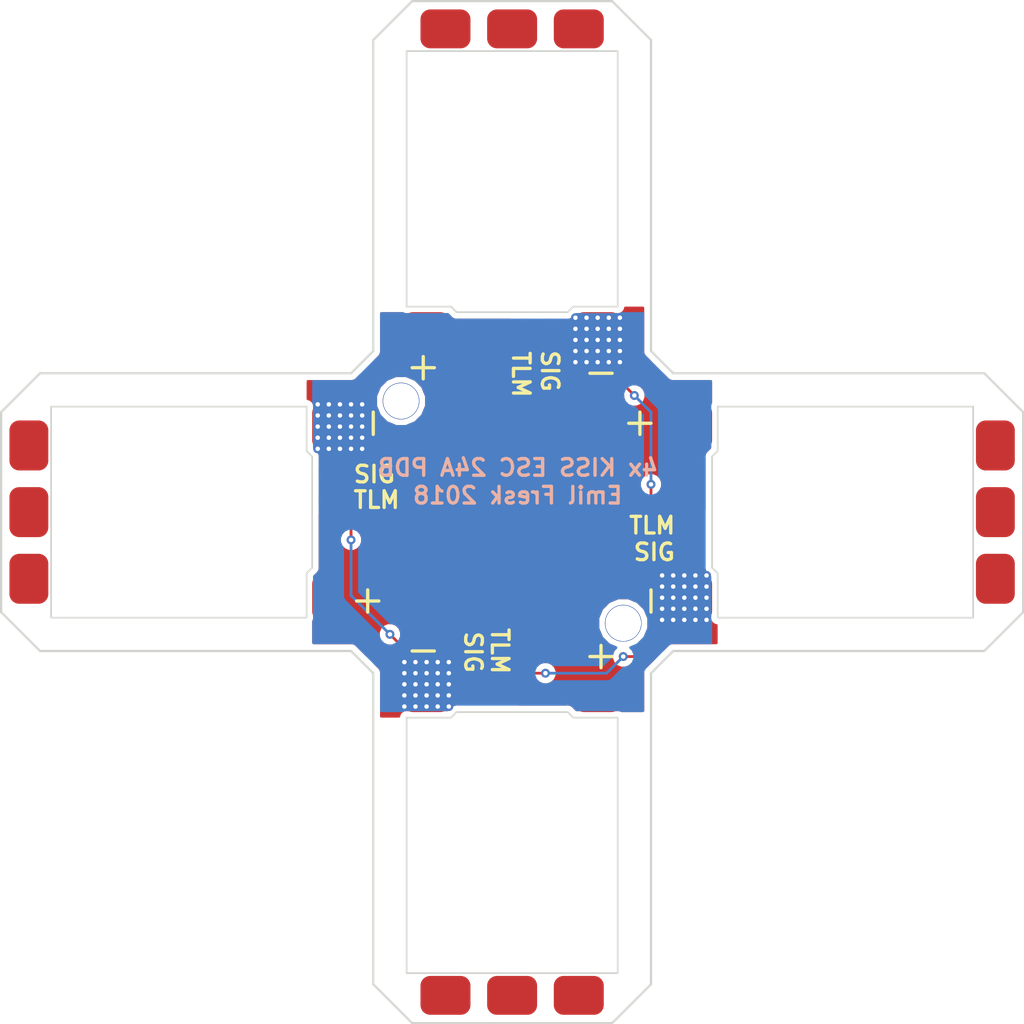
<source format=kicad_pcb>
(kicad_pcb (version 20171130) (host pcbnew 5.0.0-fee4fd1~66~ubuntu16.04.1)

  (general
    (thickness 1.6)
    (drawings 87)
    (tracks 135)
    (zones 0)
    (modules 4)
    (nets 20)
  )

  (page A4)
  (layers
    (0 F.Cu signal)
    (31 B.Cu signal)
    (32 B.Adhes user)
    (33 F.Adhes user)
    (34 B.Paste user)
    (35 F.Paste user)
    (36 B.SilkS user)
    (37 F.SilkS user)
    (38 B.Mask user)
    (39 F.Mask user)
    (40 Dwgs.User user)
    (41 Cmts.User user)
    (42 Eco1.User user)
    (43 Eco2.User user)
    (44 Edge.Cuts user)
    (45 Margin user)
    (46 B.CrtYd user)
    (47 F.CrtYd user)
    (48 B.Fab user)
    (49 F.Fab user)
  )

  (setup
    (last_trace_width 0.25)
    (trace_clearance 0.2)
    (zone_clearance 0.508)
    (zone_45_only no)
    (trace_min 0.2)
    (segment_width 0.2)
    (edge_width 0.15)
    (via_size 0.8)
    (via_drill 0.4)
    (via_min_size 0.4)
    (via_min_drill 0.3)
    (uvia_size 0.3)
    (uvia_drill 0.1)
    (uvias_allowed no)
    (uvia_min_size 0.2)
    (uvia_min_drill 0.1)
    (pcb_text_width 0.3)
    (pcb_text_size 1.5 1.5)
    (mod_edge_width 0.15)
    (mod_text_size 1 1)
    (mod_text_width 0.15)
    (pad_size 1.524 1.524)
    (pad_drill 0.762)
    (pad_to_mask_clearance 0.2)
    (aux_axis_origin 0 0)
    (visible_elements FFFFFF7F)
    (pcbplotparams
      (layerselection 0x010fc_ffffffff)
      (usegerberextensions false)
      (usegerberattributes false)
      (usegerberadvancedattributes false)
      (creategerberjobfile false)
      (excludeedgelayer true)
      (linewidth 0.100000)
      (plotframeref false)
      (viasonmask false)
      (mode 1)
      (useauxorigin false)
      (hpglpennumber 1)
      (hpglpenspeed 20)
      (hpglpendiameter 15.000000)
      (psnegative false)
      (psa4output false)
      (plotreference true)
      (plotvalue true)
      (plotinvisibletext false)
      (padsonsilk false)
      (subtractmaskfromsilk true)
      (outputformat 1)
      (mirror false)
      (drillshape 0)
      (scaleselection 1)
      (outputdirectory "gerbers/"))
  )

  (net 0 "")
  (net 1 +BATT)
  (net 2 GND)
  (net 3 "Net-(ESC1-Pad5)")
  (net 4 "Net-(ESC1-Pad7)")
  (net 5 "Net-(ESC1-Pad6)")
  (net 6 /PWM1)
  (net 7 /TLM)
  (net 8 /PWM2)
  (net 9 "Net-(ESC2-Pad6)")
  (net 10 "Net-(ESC2-Pad7)")
  (net 11 "Net-(ESC2-Pad5)")
  (net 12 "Net-(ESC3-Pad5)")
  (net 13 "Net-(ESC3-Pad7)")
  (net 14 "Net-(ESC3-Pad6)")
  (net 15 /PWM3)
  (net 16 /PWM4)
  (net 17 "Net-(ESC4-Pad6)")
  (net 18 "Net-(ESC4-Pad7)")
  (net 19 "Net-(ESC4-Pad5)")

  (net_class Default "This is the default net class."
    (clearance 0.2)
    (trace_width 0.25)
    (via_dia 0.8)
    (via_drill 0.4)
    (uvia_dia 0.3)
    (uvia_drill 0.1)
    (add_net +BATT)
    (add_net /PWM1)
    (add_net /PWM2)
    (add_net /PWM3)
    (add_net /PWM4)
    (add_net /TLM)
    (add_net GND)
    (add_net "Net-(ESC1-Pad5)")
    (add_net "Net-(ESC1-Pad6)")
    (add_net "Net-(ESC1-Pad7)")
    (add_net "Net-(ESC2-Pad5)")
    (add_net "Net-(ESC2-Pad6)")
    (add_net "Net-(ESC2-Pad7)")
    (add_net "Net-(ESC3-Pad5)")
    (add_net "Net-(ESC3-Pad6)")
    (add_net "Net-(ESC3-Pad7)")
    (add_net "Net-(ESC4-Pad5)")
    (add_net "Net-(ESC4-Pad6)")
    (add_net "Net-(ESC4-Pad7)")
  )

  (module div:kiss_esc_24a (layer F.Cu) (tedit 5B958978) (tstamp 5B9539A2)
    (at 160 115 270)
    (path /5B955404)
    (fp_text reference ESC4 (at -2.7 13.6 270) (layer F.SilkS) hide
      (effects (font (size 1 1) (thickness 0.15)))
    )
    (fp_text value KISS_ESC_24A (at 0 0 270) (layer F.Fab)
      (effects (font (size 1 1) (thickness 0.15)))
    )
    (fp_line (start -9.9 15.2) (end 9.9 15.2) (layer F.CrtYd) (width 0.15))
    (fp_line (start -9.9 -15.5) (end -9.9 15.2) (layer F.CrtYd) (width 0.15))
    (fp_line (start 9.9 -15.5) (end -9.9 -15.5) (layer F.CrtYd) (width 0.15))
    (fp_line (start 9.9 15.2) (end 9.9 -15.5) (layer F.CrtYd) (width 0.15))
    (fp_line (start 9 -11.5) (end 9 11.5) (layer F.Fab) (width 0.15))
    (fp_line (start -9.5 -11.5) (end 9 -11.5) (layer F.Fab) (width 0.15))
    (fp_line (start -9.5 11.5) (end -9.5 -11.5) (layer F.Fab) (width 0.15))
    (fp_line (start -5.5 11.5) (end -9.5 11.5) (layer F.Fab) (width 0.15))
    (fp_line (start -5 12) (end -5.5 11.5) (layer F.Fab) (width 0.15))
    (fp_line (start 5 12) (end -5 12) (layer F.Fab) (width 0.15))
    (fp_line (start 5.5 11.5) (end 5 12) (layer F.Fab) (width 0.15))
    (fp_line (start 9 11.5) (end 5.5 11.5) (layer F.Fab) (width 0.15))
    (pad 2 smd roundrect (at 1.1 13.8 270) (size 1.5 2.4) (layers F.Cu F.Paste F.Mask) (roundrect_rratio 0.25)
      (net 7 /TLM))
    (pad 3 smd roundrect (at 3.5 13.8 270) (size 1.5 2.4) (layers F.Cu F.Paste F.Mask) (roundrect_rratio 0.25)
      (net 16 /PWM4))
    (pad 6 smd roundrect (at 0 -13.5 270) (size 4.5 3.5) (layers F.Cu F.Paste F.Mask) (roundrect_rratio 0.25)
      (net 17 "Net-(ESC4-Pad6)"))
    (pad 7 smd roundrect (at -6 -13.5 270) (size 4.5 3.5) (layers F.Cu F.Paste F.Mask) (roundrect_rratio 0.25)
      (net 18 "Net-(ESC4-Pad7)"))
    (pad 5 smd roundrect (at 6 -13.5 270) (size 4.5 3.5) (layers F.Cu F.Paste F.Mask) (roundrect_rratio 0.25)
      (net 19 "Net-(ESC4-Pad5)"))
    (pad 4 smd roundrect (at 7.7 13.5 270) (size 4 3) (layers F.Cu F.Paste F.Mask) (roundrect_rratio 0.25)
      (net 2 GND))
    (pad 1 smd roundrect (at -7.7 13.5 270) (size 4 3) (layers F.Cu F.Paste F.Mask) (roundrect_rratio 0.25)
      (net 1 +BATT))
    (model ${KIPRJMOD}/kicad_libs/3dmodels/step/kiss_esc_24a.step
      (offset (xyz 0 0 0.2))
      (scale (xyz 1 1 1))
      (rotate (xyz -90 0 90))
    )
  )

  (module div:kiss_esc_24a (layer F.Cu) (tedit 5B958975) (tstamp 5B95398B)
    (at 130 145 180)
    (path /5B9553C0)
    (fp_text reference ESC3 (at -2.7 13.6 180) (layer F.SilkS) hide
      (effects (font (size 1 1) (thickness 0.15)))
    )
    (fp_text value KISS_ESC_24A (at 0 0 180) (layer F.Fab)
      (effects (font (size 1 1) (thickness 0.15)))
    )
    (fp_line (start 9 11.5) (end 5.5 11.5) (layer F.Fab) (width 0.15))
    (fp_line (start 5.5 11.5) (end 5 12) (layer F.Fab) (width 0.15))
    (fp_line (start 5 12) (end -5 12) (layer F.Fab) (width 0.15))
    (fp_line (start -5 12) (end -5.5 11.5) (layer F.Fab) (width 0.15))
    (fp_line (start -5.5 11.5) (end -9.5 11.5) (layer F.Fab) (width 0.15))
    (fp_line (start -9.5 11.5) (end -9.5 -11.5) (layer F.Fab) (width 0.15))
    (fp_line (start -9.5 -11.5) (end 9 -11.5) (layer F.Fab) (width 0.15))
    (fp_line (start 9 -11.5) (end 9 11.5) (layer F.Fab) (width 0.15))
    (fp_line (start 9.9 15.2) (end 9.9 -15.5) (layer F.CrtYd) (width 0.15))
    (fp_line (start 9.9 -15.5) (end -9.9 -15.5) (layer F.CrtYd) (width 0.15))
    (fp_line (start -9.9 -15.5) (end -9.9 15.2) (layer F.CrtYd) (width 0.15))
    (fp_line (start -9.9 15.2) (end 9.9 15.2) (layer F.CrtYd) (width 0.15))
    (pad 1 smd roundrect (at -7.7 13.5 180) (size 4 3) (layers F.Cu F.Paste F.Mask) (roundrect_rratio 0.25)
      (net 1 +BATT))
    (pad 4 smd roundrect (at 7.7 13.5 180) (size 4 3) (layers F.Cu F.Paste F.Mask) (roundrect_rratio 0.25)
      (net 2 GND))
    (pad 5 smd roundrect (at 6 -13.5 180) (size 4.5 3.5) (layers F.Cu F.Paste F.Mask) (roundrect_rratio 0.25)
      (net 12 "Net-(ESC3-Pad5)"))
    (pad 7 smd roundrect (at -6 -13.5 180) (size 4.5 3.5) (layers F.Cu F.Paste F.Mask) (roundrect_rratio 0.25)
      (net 13 "Net-(ESC3-Pad7)"))
    (pad 6 smd roundrect (at 0 -13.5 180) (size 4.5 3.5) (layers F.Cu F.Paste F.Mask) (roundrect_rratio 0.25)
      (net 14 "Net-(ESC3-Pad6)"))
    (pad 3 smd roundrect (at 3.5 13.8 180) (size 1.5 2.4) (layers F.Cu F.Paste F.Mask) (roundrect_rratio 0.25)
      (net 15 /PWM3))
    (pad 2 smd roundrect (at 1.1 13.8 180) (size 1.5 2.4) (layers F.Cu F.Paste F.Mask) (roundrect_rratio 0.25)
      (net 7 /TLM))
    (model ${KIPRJMOD}/kicad_libs/3dmodels/step/kiss_esc_24a.step
      (offset (xyz 0 0 0.2))
      (scale (xyz 1 1 1))
      (rotate (xyz -90 0 90))
    )
  )

  (module div:kiss_esc_24a (layer F.Cu) (tedit 5B958972) (tstamp 5B953974)
    (at 100 115 90)
    (path /5B95538A)
    (fp_text reference ESC2 (at -2.7 13.6 90) (layer F.SilkS) hide
      (effects (font (size 1 1) (thickness 0.15)))
    )
    (fp_text value KISS_ESC_24A (at 0 0 90) (layer F.Fab)
      (effects (font (size 1 1) (thickness 0.15)))
    )
    (fp_line (start -9.9 15.2) (end 9.9 15.2) (layer F.CrtYd) (width 0.15))
    (fp_line (start -9.9 -15.5) (end -9.9 15.2) (layer F.CrtYd) (width 0.15))
    (fp_line (start 9.9 -15.5) (end -9.9 -15.5) (layer F.CrtYd) (width 0.15))
    (fp_line (start 9.9 15.2) (end 9.9 -15.5) (layer F.CrtYd) (width 0.15))
    (fp_line (start 9 -11.5) (end 9 11.5) (layer F.Fab) (width 0.15))
    (fp_line (start -9.5 -11.5) (end 9 -11.5) (layer F.Fab) (width 0.15))
    (fp_line (start -9.5 11.5) (end -9.5 -11.5) (layer F.Fab) (width 0.15))
    (fp_line (start -5.5 11.5) (end -9.5 11.5) (layer F.Fab) (width 0.15))
    (fp_line (start -5 12) (end -5.5 11.5) (layer F.Fab) (width 0.15))
    (fp_line (start 5 12) (end -5 12) (layer F.Fab) (width 0.15))
    (fp_line (start 5.5 11.5) (end 5 12) (layer F.Fab) (width 0.15))
    (fp_line (start 9 11.5) (end 5.5 11.5) (layer F.Fab) (width 0.15))
    (pad 2 smd roundrect (at 1.1 13.8 90) (size 1.5 2.4) (layers F.Cu F.Paste F.Mask) (roundrect_rratio 0.25)
      (net 7 /TLM))
    (pad 3 smd roundrect (at 3.5 13.8 90) (size 1.5 2.4) (layers F.Cu F.Paste F.Mask) (roundrect_rratio 0.25)
      (net 8 /PWM2))
    (pad 6 smd roundrect (at 0 -13.5 90) (size 4.5 3.5) (layers F.Cu F.Paste F.Mask) (roundrect_rratio 0.25)
      (net 9 "Net-(ESC2-Pad6)"))
    (pad 7 smd roundrect (at -6 -13.5 90) (size 4.5 3.5) (layers F.Cu F.Paste F.Mask) (roundrect_rratio 0.25)
      (net 10 "Net-(ESC2-Pad7)"))
    (pad 5 smd roundrect (at 6 -13.5 90) (size 4.5 3.5) (layers F.Cu F.Paste F.Mask) (roundrect_rratio 0.25)
      (net 11 "Net-(ESC2-Pad5)"))
    (pad 4 smd roundrect (at 7.7 13.5 90) (size 4 3) (layers F.Cu F.Paste F.Mask) (roundrect_rratio 0.25)
      (net 2 GND))
    (pad 1 smd roundrect (at -7.7 13.5 90) (size 4 3) (layers F.Cu F.Paste F.Mask) (roundrect_rratio 0.25)
      (net 1 +BATT))
    (model ${KIPRJMOD}/kicad_libs/3dmodels/step/kiss_esc_24a.step
      (offset (xyz 0 0 0.2))
      (scale (xyz 1 1 1))
      (rotate (xyz -90 0 90))
    )
  )

  (module div:kiss_esc_24a (layer F.Cu) (tedit 5B95896F) (tstamp 5B95395D)
    (at 130 85)
    (path /5B9552F2)
    (fp_text reference ESC1 (at -2.7 13.6) (layer F.SilkS) hide
      (effects (font (size 1 1) (thickness 0.15)))
    )
    (fp_text value KISS_ESC_24A (at 0 0) (layer F.Fab)
      (effects (font (size 1 1) (thickness 0.15)))
    )
    (fp_line (start 9 11.5) (end 5.5 11.5) (layer F.Fab) (width 0.15))
    (fp_line (start 5.5 11.5) (end 5 12) (layer F.Fab) (width 0.15))
    (fp_line (start 5 12) (end -5 12) (layer F.Fab) (width 0.15))
    (fp_line (start -5 12) (end -5.5 11.5) (layer F.Fab) (width 0.15))
    (fp_line (start -5.5 11.5) (end -9.5 11.5) (layer F.Fab) (width 0.15))
    (fp_line (start -9.5 11.5) (end -9.5 -11.5) (layer F.Fab) (width 0.15))
    (fp_line (start -9.5 -11.5) (end 9 -11.5) (layer F.Fab) (width 0.15))
    (fp_line (start 9 -11.5) (end 9 11.5) (layer F.Fab) (width 0.15))
    (fp_line (start 9.9 15.2) (end 9.9 -15.5) (layer F.CrtYd) (width 0.15))
    (fp_line (start 9.9 -15.5) (end -9.9 -15.5) (layer F.CrtYd) (width 0.15))
    (fp_line (start -9.9 -15.5) (end -9.9 15.2) (layer F.CrtYd) (width 0.15))
    (fp_line (start -9.9 15.2) (end 9.9 15.2) (layer F.CrtYd) (width 0.15))
    (pad 1 smd roundrect (at -7.7 13.5) (size 4 3) (layers F.Cu F.Paste F.Mask) (roundrect_rratio 0.25)
      (net 1 +BATT))
    (pad 4 smd roundrect (at 7.7 13.5) (size 4 3) (layers F.Cu F.Paste F.Mask) (roundrect_rratio 0.25)
      (net 2 GND))
    (pad 5 smd roundrect (at 6 -13.5) (size 4.5 3.5) (layers F.Cu F.Paste F.Mask) (roundrect_rratio 0.25)
      (net 3 "Net-(ESC1-Pad5)"))
    (pad 7 smd roundrect (at -6 -13.5) (size 4.5 3.5) (layers F.Cu F.Paste F.Mask) (roundrect_rratio 0.25)
      (net 4 "Net-(ESC1-Pad7)"))
    (pad 6 smd roundrect (at 0 -13.5) (size 4.5 3.5) (layers F.Cu F.Paste F.Mask) (roundrect_rratio 0.25)
      (net 5 "Net-(ESC1-Pad6)"))
    (pad 3 smd roundrect (at 3.5 13.8) (size 1.5 2.4) (layers F.Cu F.Paste F.Mask) (roundrect_rratio 0.25)
      (net 6 /PWM1))
    (pad 2 smd roundrect (at 1.1 13.8) (size 1.5 2.4) (layers F.Cu F.Paste F.Mask) (roundrect_rratio 0.25)
      (net 7 /TLM))
    (model ${KIPRJMOD}/kicad_libs/3dmodels/step/kiss_esc_24a.step
      (offset (xyz 0 0 0.2))
      (scale (xyz 1 1 1))
      (rotate (xyz -90 0 90))
    )
  )

  (gr_text "Emil Fresk 2018" (at 130.5 113.5) (layer B.SilkS)
    (effects (font (size 1.5 1.5) (thickness 0.3)) (justify mirror))
  )
  (gr_text "4x KISS ESC 24A PDB" (at 130.5 111) (layer B.SilkS)
    (effects (font (size 1.5 1.5) (thickness 0.3)) (justify mirror))
  )
  (gr_line (start 140.5 107) (end 142.5 107) (layer F.SilkS) (width 0.3) (tstamp 5B95B3CF))
  (gr_line (start 141.5 106) (end 141.5 108) (layer F.SilkS) (width 0.3) (tstamp 5B95B3CE))
  (gr_line (start 142.5 122) (end 142.5 124) (layer F.SilkS) (width 0.3) (tstamp 5B95B3CD))
  (gr_line (start 138 127) (end 138 129) (layer F.SilkS) (width 0.3) (tstamp 5B95B3CF))
  (gr_line (start 139 128) (end 137 128) (layer F.SilkS) (width 0.3) (tstamp 5B95B3CE))
  (gr_line (start 123 127.5) (end 121 127.5) (layer F.SilkS) (width 0.3) (tstamp 5B95B3CD))
  (gr_line (start 118 123) (end 116 123) (layer F.SilkS) (width 0.3) (tstamp 5B95B3CF))
  (gr_line (start 117 124) (end 117 122) (layer F.SilkS) (width 0.3) (tstamp 5B95B3CE))
  (gr_line (start 117.5 108) (end 117.5 106) (layer F.SilkS) (width 0.3) (tstamp 5B95B3CD))
  (gr_line (start 137 102.5) (end 139 102.5) (layer F.SilkS) (width 0.3) (tstamp 5B95B312))
  (gr_line (start 122 103) (end 122 101) (layer F.SilkS) (width 0.3) (tstamp 5B95B2D6))
  (gr_line (start 121 102) (end 123 102) (layer F.SilkS) (width 0.3))
  (gr_text TLM (at 130.8 102.6 270) (layer F.SilkS) (tstamp 5B95AEDF)
    (effects (font (size 1.5 1.5) (thickness 0.3)))
  )
  (gr_text SIG (at 133.4 102.3 270) (layer F.SilkS) (tstamp 5B95AEDE)
    (effects (font (size 1.5 1.5) (thickness 0.3)))
  )
  (gr_text TLM (at 117.8 113.9) (layer F.SilkS) (tstamp 5B95AEDF)
    (effects (font (size 1.5 1.5) (thickness 0.3)))
  )
  (gr_text SIG (at 117.6 111.6) (layer F.SilkS) (tstamp 5B95AEDE)
    (effects (font (size 1.5 1.5) (thickness 0.3)))
  )
  (gr_text TLM (at 128.9 127.5 270) (layer F.SilkS) (tstamp 5B95AEDF)
    (effects (font (size 1.5 1.5) (thickness 0.3)))
  )
  (gr_text SIG (at 126.5 127.6 270) (layer F.SilkS) (tstamp 5B95AEDE)
    (effects (font (size 1.5 1.5) (thickness 0.3)))
  )
  (gr_text SIG (at 142.8 118.6) (layer F.SilkS)
    (effects (font (size 1.5 1.5) (thickness 0.3)))
  )
  (gr_text TLM (at 142.6 116.2) (layer F.SilkS)
    (effects (font (size 1.5 1.5) (thickness 0.3)))
  )
  (gr_poly (pts (xy 143.3 109.6) (xy 143.3 105) (xy 147.8 105) (xy 147.8 109.6)) (layer F.Mask) (width 0.3) (tstamp 5B95A0BB))
  (gr_poly (pts (xy 112.2 105.1) (xy 116.8 105.1) (xy 116.8 109.6) (xy 112.2 109.6)) (layer F.Mask) (width 0.3) (tstamp 5B95A0BB))
  (gr_poly (pts (xy 139.9 97.2) (xy 139.9 101.8) (xy 135.4 101.8) (xy 135.4 97.2)) (layer F.Mask) (width 0.3) (tstamp 5B95A0BB))
  (gr_poly (pts (xy 147.8 124.9) (xy 143.2 124.9) (xy 143.2 120.4) (xy 147.8 120.4)) (layer F.Mask) (width 0.3) (tstamp 5B95A0BB))
  (gr_poly (pts (xy 120.1 132.8) (xy 120.1 128.2) (xy 124.6 128.2) (xy 124.6 132.8)) (layer F.Mask) (width 0.3) (tstamp 5B959F4D))
  (gr_poly (pts (xy 124.6 132.7) (xy 120 132.7) (xy 120 128.2) (xy 124.6 128.2)) (layer B.Mask) (width 0.3) (tstamp 5B959F4D))
  (gr_poly (pts (xy 147.7 120.4) (xy 147.7 125) (xy 143.2 125) (xy 143.2 120.4)) (layer B.Mask) (width 0.3) (tstamp 5B959F4D))
  (gr_poly (pts (xy 135.4 97.3) (xy 140 97.3) (xy 140 101.8) (xy 135.4 101.8)) (layer B.Mask) (width 0.3) (tstamp 5B959F4D))
  (gr_poly (pts (xy 112.3 109.6) (xy 112.3 105) (xy 116.8 105) (xy 116.8 109.6)) (layer B.Mask) (width 0.3))
  (gr_line (start 117.5 129.5) (end 115.5 127.5) (layer Edge.Cuts) (width 0.2) (tstamp 5B9560C9))
  (gr_line (start 144.5 127.5) (end 142.5 129.5) (layer Edge.Cuts) (width 0.2) (tstamp 5B9560C9))
  (gr_line (start 142.5 100.5) (end 144.5 102.5) (layer Edge.Cuts) (width 0.2) (tstamp 5B9560C9))
  (gr_line (start 117.5 100.5) (end 115.5 102.5) (layer Edge.Cuts) (width 0.2))
  (gr_line (start 142.5 72.5) (end 139 69) (layer Edge.Cuts) (width 0.2) (tstamp 5B954526))
  (gr_line (start 117.5 72.5) (end 121 69) (layer Edge.Cuts) (width 0.2) (tstamp 5B954526))
  (gr_line (start 176 106) (end 172.5 102.5) (layer Edge.Cuts) (width 0.2) (tstamp 5B954526))
  (gr_line (start 172.5 127.5) (end 176 124) (layer Edge.Cuts) (width 0.2) (tstamp 5B954526))
  (gr_line (start 121 161) (end 117.5 157.5) (layer Edge.Cuts) (width 0.2) (tstamp 5B954526))
  (gr_line (start 139 161) (end 142.5 157.5) (layer Edge.Cuts) (width 0.2) (tstamp 5B954526))
  (gr_line (start 87.5 127.5) (end 84 124) (layer Edge.Cuts) (width 0.2) (tstamp 5B954526))
  (gr_line (start 84 106) (end 87.5 102.5) (layer Edge.Cuts) (width 0.2))
  (gr_line (start 88.5 124.5) (end 88.5 105.5) (layer Edge.Cuts) (width 0.15) (tstamp 5B95433C))
  (gr_line (start 111.5 105.5) (end 111.5 109.5) (layer Edge.Cuts) (width 0.15) (tstamp 5B95433B))
  (gr_line (start 112 120) (end 111.5 120.5) (layer Edge.Cuts) (width 0.15) (tstamp 5B95433A))
  (gr_line (start 88.5 105.5) (end 111.5 105.5) (layer Edge.Cuts) (width 0.15) (tstamp 5B954339))
  (gr_line (start 111.5 109.5) (end 112 110) (layer Edge.Cuts) (width 0.15) (tstamp 5B954338))
  (gr_line (start 111.5 120.5) (end 111.5 124.5) (layer Edge.Cuts) (width 0.15) (tstamp 5B954337))
  (gr_line (start 111.5 124.5) (end 88.5 124.5) (layer Edge.Cuts) (width 0.15) (tstamp 5B954336))
  (gr_line (start 112 110) (end 112 120) (layer Edge.Cuts) (width 0.15) (tstamp 5B954335))
  (gr_line (start 120.5 73.5) (end 139.5 73.5) (layer Edge.Cuts) (width 0.15) (tstamp 5B95433C))
  (gr_line (start 139.5 96.5) (end 135.5 96.5) (layer Edge.Cuts) (width 0.15) (tstamp 5B95433B))
  (gr_line (start 125 97) (end 124.5 96.5) (layer Edge.Cuts) (width 0.15) (tstamp 5B95433A))
  (gr_line (start 139.5 73.5) (end 139.5 96.5) (layer Edge.Cuts) (width 0.15) (tstamp 5B954339))
  (gr_line (start 135.5 96.5) (end 135 97) (layer Edge.Cuts) (width 0.15) (tstamp 5B954338))
  (gr_line (start 124.5 96.5) (end 120.5 96.5) (layer Edge.Cuts) (width 0.15) (tstamp 5B954337))
  (gr_line (start 120.5 96.5) (end 120.5 73.5) (layer Edge.Cuts) (width 0.15) (tstamp 5B954336))
  (gr_line (start 135 97) (end 125 97) (layer Edge.Cuts) (width 0.15) (tstamp 5B954335))
  (gr_line (start 171.5 105.5) (end 171.5 124.5) (layer Edge.Cuts) (width 0.15) (tstamp 5B95433C))
  (gr_line (start 148.5 124.5) (end 148.5 120.5) (layer Edge.Cuts) (width 0.15) (tstamp 5B95433B))
  (gr_line (start 148 110) (end 148.5 109.5) (layer Edge.Cuts) (width 0.15) (tstamp 5B95433A))
  (gr_line (start 171.5 124.5) (end 148.5 124.5) (layer Edge.Cuts) (width 0.15) (tstamp 5B954339))
  (gr_line (start 148.5 120.5) (end 148 120) (layer Edge.Cuts) (width 0.15) (tstamp 5B954338))
  (gr_line (start 148.5 109.5) (end 148.5 105.5) (layer Edge.Cuts) (width 0.15) (tstamp 5B954337))
  (gr_line (start 148.5 105.5) (end 171.5 105.5) (layer Edge.Cuts) (width 0.15) (tstamp 5B954336))
  (gr_line (start 148 120) (end 148 110) (layer Edge.Cuts) (width 0.15) (tstamp 5B954335))
  (gr_line (start 120.5 156.5) (end 120.5 133.5) (layer Edge.Cuts) (width 0.15))
  (gr_line (start 139.5 156.5) (end 120.5 156.5) (layer Edge.Cuts) (width 0.15))
  (gr_line (start 139.5 133.5) (end 139.5 156.5) (layer Edge.Cuts) (width 0.15))
  (gr_line (start 135.5 133.5) (end 139.5 133.5) (layer Edge.Cuts) (width 0.15))
  (gr_line (start 135 133) (end 135.5 133.5) (layer Edge.Cuts) (width 0.15))
  (gr_line (start 125 133) (end 135 133) (layer Edge.Cuts) (width 0.15))
  (gr_line (start 124.5 133.5) (end 125 133) (layer Edge.Cuts) (width 0.15))
  (gr_line (start 120.5 133.5) (end 124.5 133.5) (layer Edge.Cuts) (width 0.15))
  (gr_line (start 87.5 102.5) (end 115.5 102.5) (layer Edge.Cuts) (width 0.2))
  (gr_line (start 84 124) (end 84 106) (layer Edge.Cuts) (width 0.2))
  (gr_line (start 115.5 127.5) (end 87.5 127.5) (layer Edge.Cuts) (width 0.2))
  (gr_line (start 117.5 157.5) (end 117.5 129.5) (layer Edge.Cuts) (width 0.2))
  (gr_line (start 139 161) (end 121 161) (layer Edge.Cuts) (width 0.2))
  (gr_line (start 142.5 129.5) (end 142.5 157.5) (layer Edge.Cuts) (width 0.2))
  (gr_line (start 172.5 127.5) (end 144.5 127.5) (layer Edge.Cuts) (width 0.2))
  (gr_line (start 176 106) (end 176 124) (layer Edge.Cuts) (width 0.2))
  (gr_line (start 144.5 102.5) (end 172.5 102.5) (layer Edge.Cuts) (width 0.2))
  (gr_line (start 142.5 72.5) (end 142.5 100.5) (layer Edge.Cuts) (width 0.2))
  (gr_line (start 121 69) (end 139 69) (layer Edge.Cuts) (width 0.2))
  (gr_line (start 117.5 100.5) (end 117.5 72.5) (layer Edge.Cuts) (width 0.2))

  (via (at 120 105) (size 3.3) (drill 3.2) (layers F.Cu B.Cu) (net 0) (tstamp 5B9564AC))
  (via (at 140 125) (size 3.3) (drill 3.2) (layers F.Cu B.Cu) (net 0))
  (via (at 120.3 130.5) (size 0.8) (drill 0.4) (layers F.Cu B.Cu) (net 2))
  (via (at 123.3 130.5) (size 0.8) (drill 0.4) (layers F.Cu B.Cu) (net 2))
  (via (at 124.3 130.5) (size 0.8) (drill 0.4) (layers F.Cu B.Cu) (net 2))
  (via (at 112.5 105.3) (size 0.8) (drill 0.4) (layers F.Cu B.Cu) (net 2) (tstamp 5B9552C5))
  (via (at 113.5 106.3) (size 0.8) (drill 0.4) (layers F.Cu B.Cu) (net 2) (tstamp 5B9552BE))
  (via (at 114.5 105.3) (size 0.8) (drill 0.4) (layers F.Cu B.Cu) (net 2) (tstamp 5B9552BF))
  (via (at 113.5 105.3) (size 0.8) (drill 0.4) (layers F.Cu B.Cu) (net 2) (tstamp 5B9552C0))
  (via (at 112.5 108.3) (size 0.8) (drill 0.4) (layers F.Cu B.Cu) (net 2) (tstamp 5B9552C1))
  (via (at 114.5 108.3) (size 0.8) (drill 0.4) (layers F.Cu B.Cu) (net 2) (tstamp 5B9552C2))
  (via (at 112.5 106.3) (size 0.8) (drill 0.4) (layers F.Cu B.Cu) (net 2) (tstamp 5B9552C3))
  (via (at 113.5 108.3) (size 0.8) (drill 0.4) (layers F.Cu B.Cu) (net 2) (tstamp 5B9552C4))
  (via (at 114.5 106.3) (size 0.8) (drill 0.4) (layers F.Cu B.Cu) (net 2) (tstamp 5B9552C6))
  (via (at 113.5 107.3) (size 0.8) (drill 0.4) (layers F.Cu B.Cu) (net 2) (tstamp 5B9552C7))
  (via (at 114.5 109.3) (size 0.8) (drill 0.4) (layers F.Cu B.Cu) (net 2) (tstamp 5B9552C8))
  (via (at 112.5 107.3) (size 0.8) (drill 0.4) (layers F.Cu B.Cu) (net 2) (tstamp 5B9552C9))
  (via (at 113.5 109.3) (size 0.8) (drill 0.4) (layers F.Cu B.Cu) (net 2) (tstamp 5B9552CA))
  (via (at 114.5 107.3) (size 0.8) (drill 0.4) (layers F.Cu B.Cu) (net 2) (tstamp 5B9552CB))
  (via (at 112.5 109.3) (size 0.8) (drill 0.4) (layers F.Cu B.Cu) (net 2) (tstamp 5B9552CC))
  (via (at 139.7 97.5) (size 0.8) (drill 0.4) (layers F.Cu B.Cu) (net 2) (tstamp 5B9552C5))
  (via (at 138.7 98.5) (size 0.8) (drill 0.4) (layers F.Cu B.Cu) (net 2) (tstamp 5B9552BE))
  (via (at 139.7 99.5) (size 0.8) (drill 0.4) (layers F.Cu B.Cu) (net 2) (tstamp 5B9552BF))
  (via (at 139.7 98.5) (size 0.8) (drill 0.4) (layers F.Cu B.Cu) (net 2) (tstamp 5B9552C0))
  (via (at 136.7 97.5) (size 0.8) (drill 0.4) (layers F.Cu B.Cu) (net 2) (tstamp 5B9552C1))
  (via (at 136.7 99.5) (size 0.8) (drill 0.4) (layers F.Cu B.Cu) (net 2) (tstamp 5B9552C2))
  (via (at 138.7 97.5) (size 0.8) (drill 0.4) (layers F.Cu B.Cu) (net 2) (tstamp 5B9552C3))
  (via (at 136.7 98.5) (size 0.8) (drill 0.4) (layers F.Cu B.Cu) (net 2) (tstamp 5B9552C4))
  (via (at 138.7 99.5) (size 0.8) (drill 0.4) (layers F.Cu B.Cu) (net 2) (tstamp 5B9552C6))
  (via (at 137.7 98.5) (size 0.8) (drill 0.4) (layers F.Cu B.Cu) (net 2) (tstamp 5B9552C7))
  (via (at 135.7 99.5) (size 0.8) (drill 0.4) (layers F.Cu B.Cu) (net 2) (tstamp 5B9552C8))
  (via (at 137.7 97.5) (size 0.8) (drill 0.4) (layers F.Cu B.Cu) (net 2) (tstamp 5B9552C9))
  (via (at 135.7 98.5) (size 0.8) (drill 0.4) (layers F.Cu B.Cu) (net 2) (tstamp 5B9552CA))
  (via (at 137.7 99.5) (size 0.8) (drill 0.4) (layers F.Cu B.Cu) (net 2) (tstamp 5B9552CB))
  (via (at 135.7 97.5) (size 0.8) (drill 0.4) (layers F.Cu B.Cu) (net 2) (tstamp 5B9552CC))
  (via (at 145.5 120.7) (size 0.8) (drill 0.4) (layers F.Cu B.Cu) (net 2) (tstamp 5B9552C5))
  (via (at 146.5 121.7) (size 0.8) (drill 0.4) (layers F.Cu B.Cu) (net 2) (tstamp 5B9552BE))
  (via (at 147.5 120.7) (size 0.8) (drill 0.4) (layers F.Cu B.Cu) (net 2) (tstamp 5B9552BF))
  (via (at 146.5 120.7) (size 0.8) (drill 0.4) (layers F.Cu B.Cu) (net 2) (tstamp 5B9552C0))
  (via (at 145.5 123.7) (size 0.8) (drill 0.4) (layers F.Cu B.Cu) (net 2) (tstamp 5B9552C1))
  (via (at 147.5 123.7) (size 0.8) (drill 0.4) (layers F.Cu B.Cu) (net 2) (tstamp 5B9552C2))
  (via (at 145.5 121.7) (size 0.8) (drill 0.4) (layers F.Cu B.Cu) (net 2) (tstamp 5B9552C3))
  (via (at 146.5 123.7) (size 0.8) (drill 0.4) (layers F.Cu B.Cu) (net 2) (tstamp 5B9552C4))
  (via (at 147.5 121.7) (size 0.8) (drill 0.4) (layers F.Cu B.Cu) (net 2) (tstamp 5B9552C6))
  (via (at 146.5 122.7) (size 0.8) (drill 0.4) (layers F.Cu B.Cu) (net 2) (tstamp 5B9552C7))
  (via (at 147.5 124.7) (size 0.8) (drill 0.4) (layers F.Cu B.Cu) (net 2) (tstamp 5B9552C8))
  (via (at 145.5 122.7) (size 0.8) (drill 0.4) (layers F.Cu B.Cu) (net 2) (tstamp 5B9552C9))
  (via (at 146.5 124.7) (size 0.8) (drill 0.4) (layers F.Cu B.Cu) (net 2) (tstamp 5B9552CA))
  (via (at 147.5 122.7) (size 0.8) (drill 0.4) (layers F.Cu B.Cu) (net 2) (tstamp 5B9552CB))
  (via (at 145.5 124.7) (size 0.8) (drill 0.4) (layers F.Cu B.Cu) (net 2) (tstamp 5B9552CC))
  (via (at 124.3 131.5) (size 0.8) (drill 0.4) (layers F.Cu B.Cu) (net 2))
  (via (at 124.3 132.5) (size 0.8) (drill 0.4) (layers F.Cu B.Cu) (net 2))
  (via (at 123.3 132.5) (size 0.8) (drill 0.4) (layers F.Cu B.Cu) (net 2))
  (via (at 122.3 132.5) (size 0.8) (drill 0.4) (layers F.Cu B.Cu) (net 2))
  (via (at 121.3 132.5) (size 0.8) (drill 0.4) (layers F.Cu B.Cu) (net 2))
  (via (at 120.3 132.5) (size 0.8) (drill 0.4) (layers F.Cu B.Cu) (net 2))
  (via (at 120.3 131.5) (size 0.8) (drill 0.4) (layers F.Cu B.Cu) (net 2))
  (via (at 121.3 131.5) (size 0.8) (drill 0.4) (layers F.Cu B.Cu) (net 2))
  (via (at 122.3 131.5) (size 0.8) (drill 0.4) (layers F.Cu B.Cu) (net 2))
  (via (at 123.3 131.5) (size 0.8) (drill 0.4) (layers F.Cu B.Cu) (net 2))
  (via (at 122.3 130.5) (size 0.8) (drill 0.4) (layers F.Cu B.Cu) (net 2))
  (via (at 121.3 130.5) (size 0.8) (drill 0.4) (layers F.Cu B.Cu) (net 2))
  (via (at 115.5 105.3) (size 0.8) (drill 0.4) (layers F.Cu B.Cu) (net 2))
  (via (at 115.5 106.3) (size 0.8) (drill 0.4) (layers F.Cu B.Cu) (net 2))
  (via (at 115.5 107.3) (size 0.8) (drill 0.4) (layers F.Cu B.Cu) (net 2))
  (via (at 115.5 108.3) (size 0.8) (drill 0.4) (layers F.Cu B.Cu) (net 2))
  (via (at 115.5 109.3) (size 0.8) (drill 0.4) (layers F.Cu B.Cu) (net 2))
  (via (at 120.3 129.5) (size 0.8) (drill 0.4) (layers F.Cu B.Cu) (net 2))
  (via (at 121.3 129.5) (size 0.8) (drill 0.4) (layers F.Cu B.Cu) (net 2))
  (via (at 122.3 129.5) (size 0.8) (drill 0.4) (layers F.Cu B.Cu) (net 2))
  (via (at 123.3 129.5) (size 0.8) (drill 0.4) (layers F.Cu B.Cu) (net 2))
  (via (at 124.3 129.5) (size 0.8) (drill 0.4) (layers F.Cu B.Cu) (net 2))
  (via (at 144.5 120.7) (size 0.8) (drill 0.4) (layers F.Cu B.Cu) (net 2))
  (via (at 144.5 121.7) (size 0.8) (drill 0.4) (layers F.Cu B.Cu) (net 2))
  (via (at 144.5 122.7) (size 0.8) (drill 0.4) (layers F.Cu B.Cu) (net 2))
  (via (at 144.5 123.7) (size 0.8) (drill 0.4) (layers F.Cu B.Cu) (net 2))
  (via (at 144.5 124.7) (size 0.8) (drill 0.4) (layers F.Cu B.Cu) (net 2))
  (via (at 135.7 100.5) (size 0.8) (drill 0.4) (layers F.Cu B.Cu) (net 2))
  (via (at 136.7 100.5) (size 0.8) (drill 0.4) (layers F.Cu B.Cu) (net 2))
  (via (at 137.7 100.5) (size 0.8) (drill 0.4) (layers F.Cu B.Cu) (net 2))
  (via (at 138.7 100.5) (size 0.8) (drill 0.4) (layers F.Cu B.Cu) (net 2))
  (via (at 139.7 100.5) (size 0.8) (drill 0.4) (layers F.Cu B.Cu) (net 2))
  (via (at 124.3 128.5) (size 0.8) (drill 0.4) (layers F.Cu B.Cu) (net 2))
  (via (at 123.3 128.5) (size 0.8) (drill 0.4) (layers F.Cu B.Cu) (net 2))
  (via (at 122.3 128.5) (size 0.8) (drill 0.4) (layers F.Cu B.Cu) (net 2))
  (via (at 121.3 128.5) (size 0.8) (drill 0.4) (layers F.Cu B.Cu) (net 2))
  (via (at 120.3 128.5) (size 0.8) (drill 0.4) (layers F.Cu B.Cu) (net 2))
  (via (at 143.5 124.7) (size 0.8) (drill 0.4) (layers F.Cu B.Cu) (net 2))
  (via (at 143.5 123.7) (size 0.8) (drill 0.4) (layers F.Cu B.Cu) (net 2))
  (via (at 143.5 122.7) (size 0.8) (drill 0.4) (layers F.Cu B.Cu) (net 2))
  (via (at 143.5 121.7) (size 0.8) (drill 0.4) (layers F.Cu B.Cu) (net 2))
  (via (at 143.5 120.7) (size 0.8) (drill 0.4) (layers F.Cu B.Cu) (net 2))
  (via (at 139.7 101.5) (size 0.8) (drill 0.4) (layers F.Cu B.Cu) (net 2))
  (via (at 138.7 101.5) (size 0.8) (drill 0.4) (layers F.Cu B.Cu) (net 2))
  (via (at 137.7 101.5) (size 0.8) (drill 0.4) (layers F.Cu B.Cu) (net 2))
  (via (at 136.7 101.5) (size 0.8) (drill 0.4) (layers F.Cu B.Cu) (net 2))
  (via (at 135.7 101.5) (size 0.8) (drill 0.4) (layers F.Cu B.Cu) (net 2))
  (via (at 116.5 109.3) (size 0.8) (drill 0.4) (layers F.Cu B.Cu) (net 2))
  (via (at 116.5 108.3) (size 0.8) (drill 0.4) (layers F.Cu B.Cu) (net 2))
  (via (at 116.5 107.3) (size 0.8) (drill 0.4) (layers F.Cu B.Cu) (net 2))
  (via (at 116.5 106.3) (size 0.8) (drill 0.4) (layers F.Cu B.Cu) (net 2))
  (via (at 116.5 105.3) (size 0.8) (drill 0.4) (layers F.Cu B.Cu) (net 2))
  (via (at 119 126) (size 0.8) (drill 0.4) (layers F.Cu B.Cu) (net 7))
  (via (at 141 104.5) (size 0.8) (drill 0.4) (layers F.Cu B.Cu) (net 7))
  (via (at 133 129.5) (size 0.8) (drill 0.4) (layers F.Cu B.Cu) (net 7))
  (via (at 115.5 117.5) (size 0.8) (drill 0.4) (layers F.Cu B.Cu) (net 7))
  (segment (start 115.5 115) (end 115.5 116.934315) (width 0.25) (layer F.Cu) (net 7))
  (segment (start 115.5 116.934315) (end 115.5 117.5) (width 0.25) (layer F.Cu) (net 7))
  (segment (start 113.8 113.9) (end 114.4 113.9) (width 0.25) (layer F.Cu) (net 7))
  (segment (start 114.4 113.9) (end 115.5 115) (width 0.25) (layer F.Cu) (net 7))
  (segment (start 115.5 122.5) (end 115.5 117.5) (width 0.25) (layer B.Cu) (net 7))
  (segment (start 119 126) (end 115.5 122.5) (width 0.25) (layer B.Cu) (net 7))
  (segment (start 120.5 127.5) (end 119 126) (width 0.25) (layer F.Cu) (net 7))
  (segment (start 128.9 127.5) (end 120.5 127.5) (width 0.25) (layer F.Cu) (net 7))
  (segment (start 133 129.5) (end 130.9 129.5) (width 0.25) (layer F.Cu) (net 7))
  (segment (start 130.9 129.5) (end 130.5 129.1) (width 0.25) (layer F.Cu) (net 7))
  (segment (start 130.5 129.1) (end 128.9 127.5) (width 0.25) (layer F.Cu) (net 7))
  (segment (start 128.65 130.95) (end 130.5 129.1) (width 0.25) (layer F.Cu) (net 7))
  (segment (start 128.9 131.2) (end 128.65 130.95) (width 0.25) (layer F.Cu) (net 7))
  (segment (start 142.6 116.1) (end 146.2 116.1) (width 0.25) (layer F.Cu) (net 7))
  (segment (start 142.5 116) (end 142.6 116.1) (width 0.25) (layer F.Cu) (net 7))
  (via (at 142.5 112.5) (size 0.8) (drill 0.4) (layers F.Cu B.Cu) (net 7))
  (segment (start 142.5 106) (end 142.5 112.5) (width 0.25) (layer B.Cu) (net 7))
  (segment (start 141 104.5) (end 142.5 106) (width 0.25) (layer B.Cu) (net 7))
  (segment (start 131.1 100.6) (end 131.1 98.8) (width 0.25) (layer F.Cu) (net 7))
  (segment (start 133 102.5) (end 131.1 100.6) (width 0.25) (layer F.Cu) (net 7))
  (segment (start 141 104.5) (end 139 102.5) (width 0.25) (layer F.Cu) (net 7))
  (segment (start 139 102.5) (end 133 102.5) (width 0.25) (layer F.Cu) (net 7))
  (segment (start 133 129.5) (end 138.5 129.5) (width 0.25) (layer B.Cu) (net 7))
  (segment (start 138.5 129.5) (end 139.600001 128.399999) (width 0.25) (layer B.Cu) (net 7))
  (via (at 140 128) (size 0.8) (drill 0.4) (layers F.Cu B.Cu) (net 7))
  (segment (start 139.600001 128.399999) (end 140 128) (width 0.25) (layer B.Cu) (net 7))
  (segment (start 141 128) (end 140 128) (width 0.25) (layer F.Cu) (net 7))
  (segment (start 142.5 112.5) (end 142.5 126.5) (width 0.25) (layer F.Cu) (net 7))
  (segment (start 142.5 126.5) (end 141 128) (width 0.25) (layer F.Cu) (net 7))

  (zone (net 1) (net_name +BATT) (layer F.Cu) (tstamp 5B95C700) (hatch edge 0.508)
    (connect_pads yes (clearance 0.508))
    (min_thickness 0.254)
    (fill yes (arc_segments 16) (thermal_gap 0.508) (thermal_bridge_width 0.508))
    (polygon
      (pts
        (xy 112 110.5) (xy 117.5 110.5) (xy 117.5 97) (xy 130 97) (xy 130 100.5)
        (xy 132 102.5) (xy 148 102.5) (xy 148 127.5) (xy 144.5 127.5) (xy 142.5 129.5)
        (xy 142.5 133) (xy 130.5 133) (xy 130.5 129.5) (xy 117.5 129.5) (xy 115.5 127.5)
        (xy 112 127.5)
      )
    )
    (filled_polygon
      (pts
        (xy 120.222972 97.168805) (xy 120.5 97.223909) (xy 120.569925 97.21) (xy 124.205909 97.21) (xy 124.448509 97.452601)
        (xy 124.488119 97.511881) (xy 124.547398 97.55149) (xy 124.547399 97.551491) (xy 124.722971 97.668805) (xy 125 97.723909)
        (xy 125.069926 97.71) (xy 129.755272 97.71) (xy 129.70256 97.975) (xy 129.70256 99.625) (xy 129.780389 100.016271)
        (xy 129.873 100.154873) (xy 129.873 100.5) (xy 129.882667 100.548601) (xy 129.910197 100.589803) (xy 131.910197 102.589803)
        (xy 131.951399 102.617333) (xy 132 102.627) (xy 132.052198 102.627) (xy 132.40967 102.984472) (xy 132.452071 103.047929)
        (xy 132.515527 103.090329) (xy 132.703462 103.215904) (xy 132.751605 103.22548) (xy 132.925148 103.26) (xy 132.925152 103.26)
        (xy 133 103.274888) (xy 133.074848 103.26) (xy 138.685199 103.26) (xy 139.965 104.539802) (xy 139.965 104.705874)
        (xy 140.122569 105.08628) (xy 140.41372 105.377431) (xy 140.794126 105.535) (xy 141.205874 105.535) (xy 141.58628 105.377431)
        (xy 141.877431 105.08628) (xy 142.035 104.705874) (xy 142.035 104.294126) (xy 141.877431 103.91372) (xy 141.58628 103.622569)
        (xy 141.205874 103.465) (xy 141.039802 103.465) (xy 140.209801 102.635) (xy 142.5 102.635) (xy 142.540219 102.627)
        (xy 143.587553 102.627) (xy 143.92909 102.968537) (xy 143.970095 103.029905) (xy 144.213217 103.192354) (xy 144.427612 103.235)
        (xy 144.427615 103.235) (xy 144.499999 103.249398) (xy 144.572383 103.235) (xy 147.873 103.235) (xy 147.873 105.160406)
        (xy 147.831195 105.222972) (xy 147.776091 105.5) (xy 147.790001 105.56993) (xy 147.79 109.205909) (xy 147.547401 109.448509)
        (xy 147.48812 109.488119) (xy 147.331197 109.722971) (xy 147.331196 109.722972) (xy 147.276091 110) (xy 147.290001 110.069929)
        (xy 147.290001 114.755272) (xy 147.025 114.70256) (xy 145.375 114.70256) (xy 144.983729 114.780389) (xy 144.652026 115.002026)
        (xy 144.430389 115.333729) (xy 144.429142 115.34) (xy 143.26 115.34) (xy 143.26 113.203711) (xy 143.377431 113.08628)
        (xy 143.535 112.705874) (xy 143.535 112.294126) (xy 143.377431 111.91372) (xy 143.08628 111.622569) (xy 142.705874 111.465)
        (xy 142.294126 111.465) (xy 141.91372 111.622569) (xy 141.622569 111.91372) (xy 141.465 112.294126) (xy 141.465 112.705874)
        (xy 141.622569 113.08628) (xy 141.74 113.203711) (xy 141.74 115.925152) (xy 141.725112 116) (xy 141.74 116.074848)
        (xy 141.740001 123.508522) (xy 141.294349 123.06287) (xy 140.454515 122.715) (xy 139.545485 122.715) (xy 138.705651 123.06287)
        (xy 138.06287 123.705651) (xy 137.715 124.545485) (xy 137.715 125.454515) (xy 138.06287 126.294349) (xy 138.705651 126.93713)
        (xy 139.337457 127.198832) (xy 139.122569 127.41372) (xy 138.965 127.794126) (xy 138.965 128.205874) (xy 139.122569 128.58628)
        (xy 139.41372 128.877431) (xy 139.794126 129.035) (xy 140.205874 129.035) (xy 140.58628 128.877431) (xy 140.703711 128.76)
        (xy 140.925153 128.76) (xy 141 128.774888) (xy 141.074847 128.76) (xy 141.074852 128.76) (xy 141.296537 128.715904)
        (xy 141.547929 128.547929) (xy 141.590331 128.48447) (xy 142.399808 127.674994) (xy 142.413336 127.743004) (xy 142.550987 127.949013)
        (xy 142.756996 128.086664) (xy 142.854496 128.106058) (xy 142.031465 128.929089) (xy 141.970095 128.970095) (xy 141.807646 129.213218)
        (xy 141.765 129.427613) (xy 141.765 129.427616) (xy 141.750602 129.5) (xy 141.765 129.572384) (xy 141.765 132.873)
        (xy 139.839594 132.873) (xy 139.777028 132.831195) (xy 139.569926 132.79) (xy 139.569925 132.79) (xy 139.5 132.776091)
        (xy 139.430074 132.79) (xy 135.794091 132.79) (xy 135.551493 132.547403) (xy 135.511881 132.488119) (xy 135.277028 132.331195)
        (xy 135.069926 132.29) (xy 135.069924 132.29) (xy 135 132.276091) (xy 134.930076 132.29) (xy 130.627 132.29)
        (xy 130.627 130.220586) (xy 130.825148 130.26) (xy 130.825152 130.26) (xy 130.899999 130.274888) (xy 130.974846 130.26)
        (xy 132.296289 130.26) (xy 132.41372 130.377431) (xy 132.794126 130.535) (xy 133.205874 130.535) (xy 133.58628 130.377431)
        (xy 133.877431 130.08628) (xy 134.035 129.705874) (xy 134.035 129.294126) (xy 133.877431 128.91372) (xy 133.58628 128.622569)
        (xy 133.205874 128.465) (xy 132.794126 128.465) (xy 132.41372 128.622569) (xy 132.296289 128.74) (xy 131.214801 128.74)
        (xy 131.090331 128.615529) (xy 131.090328 128.615526) (xy 131.047929 128.552071) (xy 130.984473 128.509671) (xy 129.490331 127.01553)
        (xy 129.447929 126.952071) (xy 129.196537 126.784096) (xy 128.974852 126.74) (xy 128.974847 126.74) (xy 128.9 126.725112)
        (xy 128.825153 126.74) (xy 120.814803 126.74) (xy 120.035 125.960198) (xy 120.035 125.794126) (xy 119.877431 125.41372)
        (xy 119.58628 125.122569) (xy 119.205874 124.965) (xy 118.794126 124.965) (xy 118.41372 125.122569) (xy 118.122569 125.41372)
        (xy 117.965 125.794126) (xy 117.965 126.205874) (xy 118.122569 126.58628) (xy 118.41372 126.877431) (xy 118.794126 127.035)
        (xy 118.960198 127.035) (xy 119.290198 127.365) (xy 117.5 127.365) (xy 117.256996 127.413336) (xy 117.050987 127.550987)
        (xy 116.913336 127.756996) (xy 116.893942 127.854496) (xy 116.070911 127.031465) (xy 116.029905 126.970095) (xy 115.786783 126.807646)
        (xy 115.572388 126.765) (xy 115.572384 126.765) (xy 115.5 126.750602) (xy 115.427616 126.765) (xy 112.127 126.765)
        (xy 112.127 124.839594) (xy 112.168805 124.777028) (xy 112.21 124.569926) (xy 112.21 124.569925) (xy 112.223909 124.5)
        (xy 112.21 124.430074) (xy 112.21 120.794091) (xy 112.452601 120.551491) (xy 112.511881 120.511881) (xy 112.551491 120.452601)
        (xy 112.668805 120.277029) (xy 112.723909 120) (xy 112.71 119.930074) (xy 112.71 115.244728) (xy 112.975 115.29744)
        (xy 114.625 115.29744) (xy 114.706439 115.281241) (xy 114.74 115.314802) (xy 114.740001 116.796288) (xy 114.622569 116.91372)
        (xy 114.465 117.294126) (xy 114.465 117.705874) (xy 114.622569 118.08628) (xy 114.91372 118.377431) (xy 115.294126 118.535)
        (xy 115.705874 118.535) (xy 116.08628 118.377431) (xy 116.377431 118.08628) (xy 116.535 117.705874) (xy 116.535 117.294126)
        (xy 116.377431 116.91372) (xy 116.26 116.796289) (xy 116.26 115.074847) (xy 116.274888 115) (xy 116.26 114.925153)
        (xy 116.26 114.925148) (xy 116.215904 114.703463) (xy 116.047929 114.452071) (xy 115.984473 114.409671) (xy 115.64744 114.072638)
        (xy 115.64744 113.525) (xy 115.569611 113.133729) (xy 115.347974 112.802026) (xy 115.195281 112.7) (xy 115.347974 112.597974)
        (xy 115.569611 112.266271) (xy 115.64744 111.875) (xy 115.64744 111.125) (xy 115.569611 110.733729) (xy 115.503642 110.635)
        (xy 117 110.635) (xy 117.040219 110.627) (xy 117.5 110.627) (xy 117.548601 110.617333) (xy 117.589803 110.589803)
        (xy 117.617333 110.548601) (xy 117.627 110.5) (xy 117.627 110.040219) (xy 117.635 110) (xy 117.635 104.545485)
        (xy 117.715 104.545485) (xy 117.715 105.454515) (xy 118.06287 106.294349) (xy 118.705651 106.93713) (xy 119.545485 107.285)
        (xy 120.454515 107.285) (xy 121.294349 106.93713) (xy 121.93713 106.294349) (xy 122.285 105.454515) (xy 122.285 104.545485)
        (xy 121.93713 103.705651) (xy 121.294349 103.06287) (xy 120.454515 102.715) (xy 119.545485 102.715) (xy 118.705651 103.06287)
        (xy 118.06287 103.705651) (xy 117.715 104.545485) (xy 117.635 104.545485) (xy 117.635 102.5) (xy 117.627 102.459781)
        (xy 117.627 101.412447) (xy 117.968538 101.070909) (xy 118.029905 101.029905) (xy 118.192354 100.786783) (xy 118.235 100.572388)
        (xy 118.235 100.572385) (xy 118.249398 100.500001) (xy 118.235 100.427617) (xy 118.235 97.127) (xy 120.160406 97.127)
      )
    )
  )
  (zone (net 2) (net_name GND) (layer B.Cu) (tstamp 5B95C6FD) (hatch edge 0.508)
    (connect_pads yes (clearance 0.508))
    (min_thickness 0.254)
    (fill yes (arc_segments 16) (thermal_gap 0.508) (thermal_bridge_width 0.508))
    (polygon
      (pts
        (xy 112 102.5) (xy 115.5 102.5) (xy 117.5 100.5) (xy 117.5 97) (xy 142.5 97)
        (xy 142.5 100.5) (xy 144.5 102.5) (xy 148 102.5) (xy 148 127.5) (xy 144.5 127.5)
        (xy 142.5 129.5) (xy 142.5 133) (xy 117.5 133) (xy 117.5 129.5) (xy 115.5 127.5)
        (xy 112 127.5)
      )
    )
    (filled_polygon
      (pts
        (xy 120.222972 97.168805) (xy 120.5 97.223909) (xy 120.569925 97.21) (xy 124.205909 97.21) (xy 124.448509 97.452601)
        (xy 124.488119 97.511881) (xy 124.547398 97.55149) (xy 124.547399 97.551491) (xy 124.722971 97.668805) (xy 125 97.723909)
        (xy 125.069926 97.71) (xy 134.930076 97.71) (xy 135 97.723909) (xy 135.069924 97.71) (xy 135.069926 97.71)
        (xy 135.277028 97.668805) (xy 135.511881 97.511881) (xy 135.551493 97.452597) (xy 135.794091 97.21) (xy 139.430075 97.21)
        (xy 139.5 97.223909) (xy 139.777028 97.168805) (xy 139.839594 97.127) (xy 141.765001 97.127) (xy 141.765001 100.427611)
        (xy 141.750602 100.5) (xy 141.807646 100.786782) (xy 141.807647 100.786783) (xy 141.970096 101.029905) (xy 142.031463 101.070909)
        (xy 143.92909 102.968537) (xy 143.970095 103.029905) (xy 144.213217 103.192354) (xy 144.427612 103.235) (xy 144.427615 103.235)
        (xy 144.499999 103.249398) (xy 144.572383 103.235) (xy 147.873 103.235) (xy 147.873 105.160406) (xy 147.831195 105.222972)
        (xy 147.776091 105.5) (xy 147.790001 105.56993) (xy 147.79 109.205909) (xy 147.547401 109.448509) (xy 147.48812 109.488119)
        (xy 147.331197 109.722971) (xy 147.331196 109.722972) (xy 147.276091 110) (xy 147.290001 110.069929) (xy 147.29 119.930076)
        (xy 147.276091 120) (xy 147.29 120.069924) (xy 147.29 120.069925) (xy 147.331195 120.277027) (xy 147.488119 120.51188)
        (xy 147.547401 120.551491) (xy 147.790001 120.794092) (xy 147.79 124.430074) (xy 147.776091 124.5) (xy 147.831195 124.777028)
        (xy 147.873 124.839594) (xy 147.873 126.765) (xy 144.572383 126.765) (xy 144.499999 126.750602) (xy 144.427615 126.765)
        (xy 144.427612 126.765) (xy 144.213217 126.807646) (xy 143.970095 126.970095) (xy 143.929091 127.031462) (xy 142.031465 128.929089)
        (xy 141.970095 128.970095) (xy 141.807646 129.213218) (xy 141.765 129.427613) (xy 141.765 129.427616) (xy 141.750602 129.5)
        (xy 141.765 129.572384) (xy 141.765 132.873) (xy 139.839594 132.873) (xy 139.777028 132.831195) (xy 139.569926 132.79)
        (xy 139.569925 132.79) (xy 139.5 132.776091) (xy 139.430074 132.79) (xy 135.794091 132.79) (xy 135.551493 132.547403)
        (xy 135.511881 132.488119) (xy 135.277028 132.331195) (xy 135.069926 132.29) (xy 135.069924 132.29) (xy 135 132.276091)
        (xy 134.930076 132.29) (xy 125.069926 132.29) (xy 125 132.276091) (xy 124.722971 132.331195) (xy 124.547399 132.448509)
        (xy 124.488119 132.488119) (xy 124.448509 132.547399) (xy 124.205909 132.79) (xy 120.569926 132.79) (xy 120.5 132.776091)
        (xy 120.430075 132.79) (xy 120.430074 132.79) (xy 120.222972 132.831195) (xy 120.160406 132.873) (xy 118.235 132.873)
        (xy 118.235 129.572383) (xy 118.249398 129.499999) (xy 118.235 129.427613) (xy 118.235 129.427612) (xy 118.208448 129.294126)
        (xy 131.965 129.294126) (xy 131.965 129.705874) (xy 132.122569 130.08628) (xy 132.41372 130.377431) (xy 132.794126 130.535)
        (xy 133.205874 130.535) (xy 133.58628 130.377431) (xy 133.703711 130.26) (xy 138.425153 130.26) (xy 138.5 130.274888)
        (xy 138.574847 130.26) (xy 138.574852 130.26) (xy 138.796537 130.215904) (xy 139.047929 130.047929) (xy 139.090331 129.984471)
        (xy 140.039803 129.035) (xy 140.205874 129.035) (xy 140.58628 128.877431) (xy 140.877431 128.58628) (xy 141.035 128.205874)
        (xy 141.035 127.794126) (xy 140.877431 127.41372) (xy 140.662543 127.198832) (xy 141.294349 126.93713) (xy 141.93713 126.294349)
        (xy 142.285 125.454515) (xy 142.285 124.545485) (xy 141.93713 123.705651) (xy 141.294349 123.06287) (xy 140.454515 122.715)
        (xy 139.545485 122.715) (xy 138.705651 123.06287) (xy 138.06287 123.705651) (xy 137.715 124.545485) (xy 137.715 125.454515)
        (xy 138.06287 126.294349) (xy 138.705651 126.93713) (xy 139.337457 127.198832) (xy 139.122569 127.41372) (xy 138.965 127.794126)
        (xy 138.965 127.960197) (xy 138.185199 128.74) (xy 133.703711 128.74) (xy 133.58628 128.622569) (xy 133.205874 128.465)
        (xy 132.794126 128.465) (xy 132.41372 128.622569) (xy 132.122569 128.91372) (xy 131.965 129.294126) (xy 118.208448 129.294126)
        (xy 118.192354 129.213217) (xy 118.029905 128.970095) (xy 117.968537 128.92909) (xy 116.070911 127.031465) (xy 116.029905 126.970095)
        (xy 115.786783 126.807646) (xy 115.572388 126.765) (xy 115.572384 126.765) (xy 115.5 126.750602) (xy 115.427616 126.765)
        (xy 112.127 126.765) (xy 112.127 124.839594) (xy 112.168805 124.777028) (xy 112.21 124.569926) (xy 112.21 124.569925)
        (xy 112.223909 124.5) (xy 112.21 124.430074) (xy 112.21 120.794091) (xy 112.452601 120.551491) (xy 112.511881 120.511881)
        (xy 112.551491 120.452601) (xy 112.668805 120.277029) (xy 112.723909 120) (xy 112.71 119.930074) (xy 112.71 117.294126)
        (xy 114.465 117.294126) (xy 114.465 117.705874) (xy 114.622569 118.08628) (xy 114.740001 118.203712) (xy 114.74 122.425153)
        (xy 114.725112 122.5) (xy 114.74 122.574847) (xy 114.74 122.574851) (xy 114.784096 122.796536) (xy 114.952071 123.047929)
        (xy 115.01553 123.090331) (xy 117.965 126.039803) (xy 117.965 126.205874) (xy 118.122569 126.58628) (xy 118.41372 126.877431)
        (xy 118.794126 127.035) (xy 119.205874 127.035) (xy 119.58628 126.877431) (xy 119.877431 126.58628) (xy 120.035 126.205874)
        (xy 120.035 125.794126) (xy 119.877431 125.41372) (xy 119.58628 125.122569) (xy 119.205874 124.965) (xy 119.039803 124.965)
        (xy 116.26 122.185199) (xy 116.26 118.203711) (xy 116.377431 118.08628) (xy 116.535 117.705874) (xy 116.535 117.294126)
        (xy 116.377431 116.91372) (xy 116.08628 116.622569) (xy 115.705874 116.465) (xy 115.294126 116.465) (xy 114.91372 116.622569)
        (xy 114.622569 116.91372) (xy 114.465 117.294126) (xy 112.71 117.294126) (xy 112.71 110.069926) (xy 112.723909 110)
        (xy 112.668805 109.722971) (xy 112.551491 109.547399) (xy 112.551488 109.547396) (xy 112.51188 109.488119) (xy 112.452603 109.448511)
        (xy 112.21 109.205909) (xy 112.21 105.569926) (xy 112.223909 105.5) (xy 112.168805 105.222972) (xy 112.127 105.160406)
        (xy 112.127 104.545485) (xy 117.715 104.545485) (xy 117.715 105.454515) (xy 118.06287 106.294349) (xy 118.705651 106.93713)
        (xy 119.545485 107.285) (xy 120.454515 107.285) (xy 121.294349 106.93713) (xy 121.93713 106.294349) (xy 122.285 105.454515)
        (xy 122.285 104.545485) (xy 122.180884 104.294126) (xy 139.965 104.294126) (xy 139.965 104.705874) (xy 140.122569 105.08628)
        (xy 140.41372 105.377431) (xy 140.794126 105.535) (xy 140.960198 105.535) (xy 141.74 106.314803) (xy 141.740001 111.796288)
        (xy 141.622569 111.91372) (xy 141.465 112.294126) (xy 141.465 112.705874) (xy 141.622569 113.08628) (xy 141.91372 113.377431)
        (xy 142.294126 113.535) (xy 142.705874 113.535) (xy 143.08628 113.377431) (xy 143.377431 113.08628) (xy 143.535 112.705874)
        (xy 143.535 112.294126) (xy 143.377431 111.91372) (xy 143.26 111.796289) (xy 143.26 106.074846) (xy 143.274888 105.999999)
        (xy 143.26 105.925152) (xy 143.26 105.925148) (xy 143.215904 105.703463) (xy 143.174102 105.640902) (xy 143.090329 105.515526)
        (xy 143.090327 105.515524) (xy 143.047929 105.452071) (xy 142.984476 105.409673) (xy 142.035 104.460198) (xy 142.035 104.294126)
        (xy 141.877431 103.91372) (xy 141.58628 103.622569) (xy 141.205874 103.465) (xy 140.794126 103.465) (xy 140.41372 103.622569)
        (xy 140.122569 103.91372) (xy 139.965 104.294126) (xy 122.180884 104.294126) (xy 121.93713 103.705651) (xy 121.294349 103.06287)
        (xy 120.454515 102.715) (xy 119.545485 102.715) (xy 118.705651 103.06287) (xy 118.06287 103.705651) (xy 117.715 104.545485)
        (xy 112.127 104.545485) (xy 112.127 103.235) (xy 115.427616 103.235) (xy 115.5 103.249398) (xy 115.572384 103.235)
        (xy 115.572388 103.235) (xy 115.786783 103.192354) (xy 116.029905 103.029905) (xy 116.070911 102.968535) (xy 117.968538 101.070909)
        (xy 118.029905 101.029905) (xy 118.192354 100.786783) (xy 118.235 100.572388) (xy 118.235 100.572385) (xy 118.249398 100.500001)
        (xy 118.235 100.427617) (xy 118.235 97.127) (xy 120.160406 97.127)
      )
    )
  )
  (zone (net 2) (net_name GND) (layer F.Cu) (tstamp 5B95C6FA) (hatch edge 0.508)
    (priority 1)
    (connect_pads yes (clearance 0.508))
    (min_thickness 0.254)
    (fill yes (arc_segments 16) (thermal_gap 0.508) (thermal_bridge_width 0.508))
    (polygon
      (pts
        (xy 135 97) (xy 135.5 96.5) (xy 142.5 96.5) (xy 142.5 102) (xy 135 102)
      )
    )
    (filled_polygon
      (pts
        (xy 141.765001 100.427611) (xy 141.750602 100.5) (xy 141.807646 100.786782) (xy 141.807647 100.786783) (xy 141.970096 101.029905)
        (xy 142.031463 101.070909) (xy 142.373 101.412446) (xy 142.373 101.873) (xy 139.429591 101.873) (xy 139.296537 101.784096)
        (xy 139.074852 101.74) (xy 139.074847 101.74) (xy 139 101.725112) (xy 138.925153 101.74) (xy 135.127 101.74)
        (xy 135.127 97.698647) (xy 135.277028 97.668805) (xy 135.511881 97.511881) (xy 135.551493 97.452597) (xy 135.794091 97.21)
        (xy 139.430075 97.21) (xy 139.5 97.223909) (xy 139.777028 97.168805) (xy 140.011881 97.011881) (xy 140.168805 96.777028)
        (xy 140.198647 96.627) (xy 141.765001 96.627)
      )
    )
  )
  (zone (net 2) (net_name GND) (layer F.Cu) (tstamp 5B95C6F7) (hatch edge 0.508)
    (priority 1)
    (connect_pads yes (clearance 0.508))
    (min_thickness 0.254)
    (fill yes (arc_segments 16) (thermal_gap 0.508) (thermal_bridge_width 0.508))
    (polygon
      (pts
        (xy 148 120) (xy 148.5 120.5) (xy 148.5 127.5) (xy 143 127.5) (xy 143 120)
      )
    )
    (filled_polygon
      (pts
        (xy 147.331195 120.277027) (xy 147.488119 120.51188) (xy 147.547401 120.551491) (xy 147.790001 120.794092) (xy 147.79 124.430074)
        (xy 147.776091 124.5) (xy 147.831195 124.777028) (xy 147.988119 125.011881) (xy 148.222972 125.168805) (xy 148.373 125.198647)
        (xy 148.373 126.765) (xy 144.572383 126.765) (xy 144.499999 126.750602) (xy 144.427615 126.765) (xy 144.427612 126.765)
        (xy 144.213217 126.807646) (xy 143.970095 126.970095) (xy 143.929091 127.031462) (xy 143.587553 127.373) (xy 143.127 127.373)
        (xy 143.127 126.929592) (xy 143.215903 126.796538) (xy 143.215904 126.796537) (xy 143.26 126.574852) (xy 143.26 126.574848)
        (xy 143.274888 126.500001) (xy 143.26 126.425154) (xy 143.26 120.127) (xy 147.301353 120.127)
      )
    )
  )
  (zone (net 2) (net_name GND) (layer F.Cu) (tstamp 5B95C6F4) (hatch edge 0.508)
    (priority 1)
    (connect_pads yes (clearance 0.508))
    (min_thickness 0.254)
    (fill yes (arc_segments 16) (thermal_gap 0.508) (thermal_bridge_width 0.508))
    (polygon
      (pts
        (xy 125 133) (xy 124.5 133.5) (xy 117.5 133.5) (xy 117.5 128) (xy 125 128)
      )
    )
    (filled_polygon
      (pts
        (xy 120.140902 128.174102) (xy 120.203463 128.215904) (xy 120.425148 128.26) (xy 120.425152 128.26) (xy 120.499999 128.274888)
        (xy 120.574846 128.26) (xy 124.873 128.26) (xy 124.873 132.301353) (xy 124.722971 132.331195) (xy 124.547399 132.448509)
        (xy 124.488119 132.488119) (xy 124.448509 132.547399) (xy 124.205909 132.79) (xy 120.569926 132.79) (xy 120.5 132.776091)
        (xy 120.430075 132.79) (xy 120.430074 132.79) (xy 120.222972 132.831195) (xy 119.988119 132.988119) (xy 119.831195 133.222972)
        (xy 119.801353 133.373) (xy 118.235 133.373) (xy 118.235 129.572383) (xy 118.249398 129.499999) (xy 118.235 129.427613)
        (xy 118.235 129.427612) (xy 118.192354 129.213217) (xy 118.029905 128.970095) (xy 117.968537 128.92909) (xy 117.627 128.587553)
        (xy 117.627 128.127) (xy 120.070408 128.127)
      )
    )
  )
  (zone (net 2) (net_name GND) (layer F.Cu) (tstamp 5B95C6F1) (hatch edge 0.508)
    (priority 1)
    (connect_pads yes (clearance 0.508))
    (min_thickness 0.254)
    (fill yes (arc_segments 16) (thermal_gap 0.508) (thermal_bridge_width 0.508))
    (polygon
      (pts
        (xy 112 110) (xy 111.5 109.5) (xy 111.5 102.5) (xy 117 102.5) (xy 117 110)
      )
    )
    (filled_polygon
      (pts
        (xy 116.873 109.873) (xy 112.698647 109.873) (xy 112.668805 109.722971) (xy 112.551491 109.547399) (xy 112.551488 109.547396)
        (xy 112.51188 109.488119) (xy 112.452603 109.448511) (xy 112.21 109.205909) (xy 112.21 105.569926) (xy 112.223909 105.5)
        (xy 112.168805 105.222972) (xy 112.011881 104.988119) (xy 111.777028 104.831195) (xy 111.627 104.801353) (xy 111.627 103.235)
        (xy 115.427616 103.235) (xy 115.5 103.249398) (xy 115.572384 103.235) (xy 115.572388 103.235) (xy 115.786783 103.192354)
        (xy 116.029905 103.029905) (xy 116.070911 102.968535) (xy 116.412446 102.627) (xy 116.873 102.627)
      )
    )
  )
)

</source>
